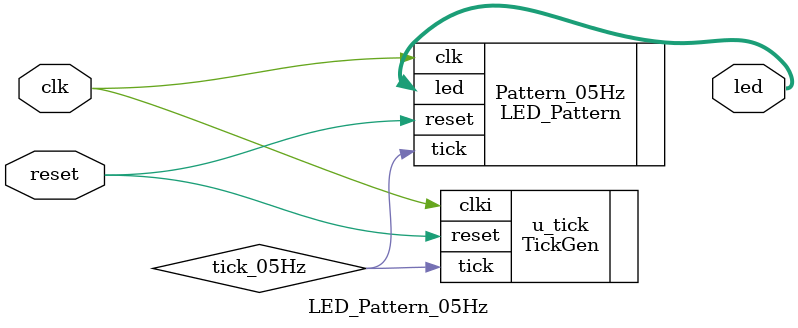
<source format=v>
`timescale 1ns / 1ps
module LED_Pattern_05Hz(
    input wire clk,
    input wire reset,
    output wire [7:0] led
    );

	wire tick_05Hz;
	
	TickGen #(25_000_000) u_tick(
		.clki(clk),
		.reset(reset),
		.tick(tick_05Hz)
    );
	 
	LED_Pattern Pattern_05Hz(.clk(clk), .reset(reset),.tick(tick_05Hz), .led(led));

endmodule

</source>
